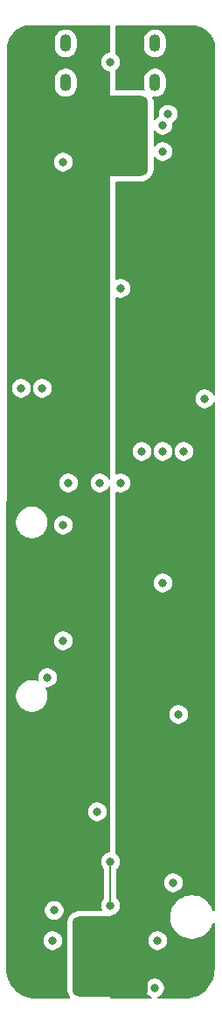
<source format=gbr>
%TF.GenerationSoftware,KiCad,Pcbnew,9.0.3*%
%TF.CreationDate,2025-08-03T17:32:48-04:00*%
%TF.ProjectId,Photon,50686f74-6f6e-42e6-9b69-6361645f7063,rev?*%
%TF.SameCoordinates,Original*%
%TF.FileFunction,Copper,L4,Bot*%
%TF.FilePolarity,Positive*%
%FSLAX46Y46*%
G04 Gerber Fmt 4.6, Leading zero omitted, Abs format (unit mm)*
G04 Created by KiCad (PCBNEW 9.0.3) date 2025-08-03 17:32:48*
%MOMM*%
%LPD*%
G01*
G04 APERTURE LIST*
G04 Aperture macros list*
%AMRoundRect*
0 Rectangle with rounded corners*
0 $1 Rounding radius*
0 $2 $3 $4 $5 $6 $7 $8 $9 X,Y pos of 4 corners*
0 Add a 4 corners polygon primitive as box body*
4,1,4,$2,$3,$4,$5,$6,$7,$8,$9,$2,$3,0*
0 Add four circle primitives for the rounded corners*
1,1,$1+$1,$2,$3*
1,1,$1+$1,$4,$5*
1,1,$1+$1,$6,$7*
1,1,$1+$1,$8,$9*
0 Add four rect primitives between the rounded corners*
20,1,$1+$1,$2,$3,$4,$5,0*
20,1,$1+$1,$4,$5,$6,$7,0*
20,1,$1+$1,$6,$7,$8,$9,0*
20,1,$1+$1,$8,$9,$2,$3,0*%
G04 Aperture macros list end*
%TA.AperFunction,SMDPad,CuDef*%
%ADD10RoundRect,0.735000X-2.940000X3.150000X-2.940000X-3.150000X2.940000X-3.150000X2.940000X3.150000X0*%
%TD*%
%TA.AperFunction,ComponentPad*%
%ADD11O,1.100000X1.700000*%
%TD*%
%TA.AperFunction,ViaPad*%
%ADD12C,0.800000*%
%TD*%
%TA.AperFunction,Conductor*%
%ADD13C,0.200000*%
%TD*%
G04 APERTURE END LIST*
D10*
%TO.P,BT1,2,-*%
%TO.N,-BATT*%
X52832000Y-110744000D03*
%TO.P,BT1,1,+*%
%TO.N,+BATT*%
X52832000Y-31496000D03*
%TD*%
D11*
%TO.P,P1,S1,SHIELD*%
%TO.N,GND*%
X57152000Y-26368000D03*
X57152000Y-22568000D03*
X48512000Y-26368000D03*
X48512000Y-22568000D03*
%TD*%
D12*
%TO.N,GND*%
X46736000Y-83820000D03*
X61976000Y-56896000D03*
X58928000Y-103632000D03*
X47244000Y-109220000D03*
X57912000Y-33020000D03*
X57912000Y-30480000D03*
X57912000Y-74676000D03*
X59436000Y-87376000D03*
X51816000Y-65024000D03*
X57107000Y-113792000D03*
X44196000Y-55880000D03*
X46228000Y-55880000D03*
X53848000Y-65024000D03*
%TO.N,/3V6*%
X55880000Y-61976000D03*
X48768000Y-65024000D03*
X57912000Y-61976000D03*
X53848000Y-46228000D03*
X59944000Y-61976000D03*
X48260000Y-69088000D03*
X51562000Y-96774000D03*
X57404000Y-109220000D03*
X48260000Y-80264000D03*
%TO.N,-BATT*%
X55295000Y-106757000D03*
X47377500Y-106305500D03*
X57912000Y-106680000D03*
%TO.N,+BATT*%
X44437000Y-106439000D03*
X50292000Y-65024000D03*
X46228000Y-101092000D03*
X48260000Y-29464000D03*
X48260000Y-28448000D03*
X48260000Y-30480000D03*
%TO.N,VCC*%
X48260000Y-34036000D03*
X58420000Y-29400000D03*
X52832000Y-24384000D03*
%TO.N,/MISO_BTN*%
X52832000Y-105856000D03*
X52832000Y-101600000D03*
%TD*%
D13*
%TO.N,/MISO_BTN*%
X52832000Y-105856000D02*
X52832000Y-101600000D01*
%TD*%
%TA.AperFunction,Conductor*%
%TO.N,-BATT*%
G36*
X60816519Y-20837546D02*
G01*
X60824770Y-20837900D01*
X61077876Y-20859401D01*
X61089508Y-20861090D01*
X61338298Y-20912463D01*
X61349632Y-20915515D01*
X61570757Y-20989411D01*
X61590571Y-20996033D01*
X61601487Y-21000418D01*
X61831161Y-21108938D01*
X61841466Y-21114578D01*
X62056652Y-21249574D01*
X62066228Y-21256406D01*
X62263881Y-21415970D01*
X62272578Y-21423889D01*
X62449909Y-21605766D01*
X62457603Y-21614658D01*
X62512447Y-21686227D01*
X62612117Y-21816293D01*
X62618704Y-21826038D01*
X62748207Y-22044566D01*
X62753590Y-22055020D01*
X62823983Y-22214322D01*
X62856260Y-22287367D01*
X62860367Y-22298389D01*
X62934758Y-22541282D01*
X62937528Y-22552715D01*
X62982581Y-22802700D01*
X62983976Y-22814379D01*
X62999321Y-23072271D01*
X62999496Y-23078238D01*
X62970166Y-56445390D01*
X62951208Y-56503564D01*
X62901676Y-56539484D01*
X62840491Y-56539431D01*
X62791022Y-56503423D01*
X62779701Y-56483186D01*
X62774013Y-56469453D01*
X62675464Y-56321965D01*
X62550035Y-56196536D01*
X62453148Y-56131798D01*
X62402544Y-56097985D01*
X62238666Y-56030106D01*
X62064693Y-55995500D01*
X62064691Y-55995500D01*
X61887309Y-55995500D01*
X61887306Y-55995500D01*
X61713334Y-56030106D01*
X61713332Y-56030106D01*
X61549455Y-56097985D01*
X61549454Y-56097985D01*
X61401965Y-56196535D01*
X61276535Y-56321965D01*
X61177985Y-56469454D01*
X61177985Y-56469455D01*
X61110106Y-56633332D01*
X61110106Y-56633334D01*
X61075500Y-56807306D01*
X61075500Y-56984693D01*
X61110106Y-57158665D01*
X61110106Y-57158667D01*
X61177985Y-57322544D01*
X61177985Y-57322545D01*
X61276535Y-57470034D01*
X61276536Y-57470035D01*
X61401965Y-57595464D01*
X61549453Y-57694013D01*
X61713334Y-57761894D01*
X61887309Y-57796500D01*
X61887310Y-57796500D01*
X62064690Y-57796500D01*
X62064691Y-57796500D01*
X62238666Y-57761894D01*
X62402547Y-57694013D01*
X62550035Y-57595464D01*
X62675464Y-57470035D01*
X62774013Y-57322547D01*
X62778907Y-57310729D01*
X62818640Y-57264205D01*
X62878134Y-57249918D01*
X62934663Y-57273329D01*
X62966635Y-57325497D01*
X62969372Y-57348700D01*
X62926368Y-106274199D01*
X62907410Y-106332373D01*
X62857878Y-106368293D01*
X62796693Y-106368240D01*
X62747224Y-106332232D01*
X62731741Y-106299735D01*
X62720389Y-106257368D01*
X62615019Y-106002983D01*
X62612538Y-105998685D01*
X62477343Y-105764521D01*
X62309722Y-105546072D01*
X62115022Y-105351372D01*
X61896573Y-105183751D01*
X61658115Y-105046077D01*
X61658110Y-105046074D01*
X61403725Y-104940704D01*
X61282615Y-104908253D01*
X61137760Y-104869440D01*
X61137753Y-104869439D01*
X60864769Y-104833500D01*
X60864768Y-104833500D01*
X60589420Y-104833500D01*
X60589418Y-104833500D01*
X60316434Y-104869439D01*
X60316432Y-104869439D01*
X60316428Y-104869440D01*
X60215899Y-104896376D01*
X60050462Y-104940704D01*
X59796077Y-105046074D01*
X59557611Y-105183753D01*
X59339169Y-105351369D01*
X59144463Y-105546075D01*
X58976847Y-105764517D01*
X58839168Y-106002983D01*
X58733798Y-106257368D01*
X58710478Y-106344402D01*
X58662534Y-106523334D01*
X58662533Y-106523338D01*
X58662533Y-106523340D01*
X58626594Y-106796324D01*
X58626594Y-107071675D01*
X58662533Y-107344659D01*
X58662534Y-107344666D01*
X58665239Y-107354760D01*
X58733798Y-107610631D01*
X58839168Y-107865016D01*
X58839171Y-107865021D01*
X58976845Y-108103479D01*
X59144466Y-108321928D01*
X59339166Y-108516628D01*
X59557615Y-108684249D01*
X59796073Y-108821923D01*
X59796074Y-108821923D01*
X59796077Y-108821925D01*
X59912029Y-108869954D01*
X60050462Y-108927295D01*
X60316428Y-108998560D01*
X60589420Y-109034500D01*
X60589421Y-109034500D01*
X60864767Y-109034500D01*
X60864768Y-109034500D01*
X61137760Y-108998560D01*
X61403726Y-108927295D01*
X61658115Y-108821923D01*
X61896573Y-108684249D01*
X62115022Y-108516628D01*
X62309722Y-108321928D01*
X62477343Y-108103479D01*
X62615017Y-107865021D01*
X62720389Y-107610632D01*
X62730577Y-107572608D01*
X62763900Y-107521294D01*
X62821022Y-107499367D01*
X62880122Y-107515202D01*
X62918628Y-107562752D01*
X62925204Y-107598318D01*
X62921429Y-111892422D01*
X62921429Y-111892423D01*
X62921423Y-111899028D01*
X62921367Y-111899240D01*
X62921367Y-111962447D01*
X62921364Y-111962455D01*
X62921211Y-111967910D01*
X62903755Y-112278720D01*
X62902512Y-112289752D01*
X62850834Y-112593912D01*
X62848364Y-112604736D01*
X62762951Y-112901207D01*
X62759284Y-112911686D01*
X62641217Y-113196725D01*
X62636400Y-113206727D01*
X62487164Y-113476749D01*
X62481258Y-113486149D01*
X62302723Y-113737771D01*
X62295801Y-113746451D01*
X62090218Y-113976498D01*
X62082367Y-113984349D01*
X61852319Y-114189932D01*
X61843639Y-114196854D01*
X61592017Y-114375389D01*
X61582617Y-114381295D01*
X61312594Y-114530531D01*
X61302592Y-114535348D01*
X61017554Y-114653415D01*
X61007075Y-114657082D01*
X60710604Y-114742494D01*
X60699780Y-114744964D01*
X60395620Y-114796643D01*
X60384588Y-114797886D01*
X60074308Y-114815311D01*
X60068757Y-114815467D01*
X57486944Y-114815472D01*
X57428753Y-114796565D01*
X57392789Y-114747065D01*
X57392789Y-114685879D01*
X57428753Y-114636379D01*
X57449051Y-114625011D01*
X57533547Y-114590013D01*
X57681035Y-114491464D01*
X57806464Y-114366035D01*
X57905013Y-114218547D01*
X57972894Y-114054666D01*
X58007500Y-113880691D01*
X58007500Y-113703309D01*
X57972894Y-113529334D01*
X57934069Y-113435601D01*
X57905014Y-113365455D01*
X57905014Y-113365454D01*
X57806464Y-113217965D01*
X57681034Y-113092535D01*
X57533544Y-112993985D01*
X57369666Y-112926106D01*
X57195693Y-112891500D01*
X57195691Y-112891500D01*
X57018309Y-112891500D01*
X57018306Y-112891500D01*
X56844334Y-112926106D01*
X56844332Y-112926106D01*
X56680455Y-112993985D01*
X56680454Y-112993985D01*
X56532965Y-113092535D01*
X56407535Y-113217965D01*
X56308985Y-113365454D01*
X56308985Y-113365455D01*
X56241106Y-113529332D01*
X56241106Y-113529334D01*
X56206500Y-113703306D01*
X56206500Y-113880693D01*
X56241106Y-114054665D01*
X56241106Y-114054667D01*
X56308985Y-114218544D01*
X56308985Y-114218545D01*
X56389656Y-114339276D01*
X56407536Y-114366035D01*
X56532965Y-114491464D01*
X56680453Y-114590013D01*
X56680454Y-114590013D01*
X56680455Y-114590014D01*
X56764944Y-114625010D01*
X56811470Y-114664746D01*
X56825754Y-114724241D01*
X56802340Y-114780769D01*
X56750171Y-114812738D01*
X56727059Y-114815474D01*
X52931000Y-114815482D01*
X52872809Y-114796575D01*
X52836845Y-114747075D01*
X52832000Y-114716482D01*
X52832000Y-109131306D01*
X56503500Y-109131306D01*
X56503500Y-109308693D01*
X56523076Y-109407104D01*
X56535944Y-109471799D01*
X56538106Y-109482665D01*
X56538106Y-109482667D01*
X56605985Y-109646544D01*
X56605985Y-109646545D01*
X56704535Y-109794034D01*
X56704536Y-109794035D01*
X56829965Y-109919464D01*
X56977453Y-110018013D01*
X57141334Y-110085894D01*
X57315309Y-110120500D01*
X57315310Y-110120500D01*
X57492690Y-110120500D01*
X57492691Y-110120500D01*
X57666666Y-110085894D01*
X57830547Y-110018013D01*
X57978035Y-109919464D01*
X58103464Y-109794035D01*
X58202013Y-109646547D01*
X58269894Y-109482666D01*
X58304500Y-109308691D01*
X58304500Y-109131309D01*
X58269894Y-108957334D01*
X58202014Y-108793455D01*
X58202014Y-108793454D01*
X58103464Y-108645965D01*
X57978034Y-108520535D01*
X57830544Y-108421985D01*
X57666666Y-108354106D01*
X57492693Y-108319500D01*
X57492691Y-108319500D01*
X57315309Y-108319500D01*
X57315306Y-108319500D01*
X57141334Y-108354106D01*
X57141332Y-108354106D01*
X56977455Y-108421985D01*
X56977454Y-108421985D01*
X56829965Y-108520535D01*
X56704535Y-108645965D01*
X56605985Y-108793454D01*
X56605985Y-108793455D01*
X56538106Y-108957332D01*
X56538106Y-108957334D01*
X56503500Y-109131306D01*
X52832000Y-109131306D01*
X52832000Y-106854963D01*
X52850907Y-106796772D01*
X52900407Y-106760808D01*
X52915943Y-106757561D01*
X52915921Y-106757449D01*
X52939473Y-106752763D01*
X53094666Y-106721894D01*
X53258547Y-106654013D01*
X53406035Y-106555464D01*
X53531464Y-106430035D01*
X53630013Y-106282547D01*
X53697894Y-106118666D01*
X53732500Y-105944691D01*
X53732500Y-105767309D01*
X53697894Y-105593334D01*
X53630014Y-105429455D01*
X53630014Y-105429454D01*
X53531464Y-105281965D01*
X53461496Y-105211997D01*
X53433719Y-105157480D01*
X53432500Y-105141993D01*
X53432500Y-103543306D01*
X58027500Y-103543306D01*
X58027500Y-103720693D01*
X58062106Y-103894665D01*
X58062106Y-103894667D01*
X58129985Y-104058544D01*
X58129985Y-104058545D01*
X58228535Y-104206034D01*
X58228536Y-104206035D01*
X58353965Y-104331464D01*
X58501453Y-104430013D01*
X58665334Y-104497894D01*
X58839309Y-104532500D01*
X58839310Y-104532500D01*
X59016690Y-104532500D01*
X59016691Y-104532500D01*
X59190666Y-104497894D01*
X59354547Y-104430013D01*
X59502035Y-104331464D01*
X59627464Y-104206035D01*
X59726013Y-104058547D01*
X59793894Y-103894666D01*
X59828500Y-103720691D01*
X59828500Y-103543309D01*
X59793894Y-103369334D01*
X59726014Y-103205455D01*
X59726014Y-103205454D01*
X59627464Y-103057965D01*
X59502034Y-102932535D01*
X59354544Y-102833985D01*
X59190666Y-102766106D01*
X59016693Y-102731500D01*
X59016691Y-102731500D01*
X58839309Y-102731500D01*
X58839306Y-102731500D01*
X58665334Y-102766106D01*
X58665332Y-102766106D01*
X58501455Y-102833985D01*
X58501454Y-102833985D01*
X58353965Y-102932535D01*
X58228535Y-103057965D01*
X58129985Y-103205454D01*
X58129985Y-103205455D01*
X58062106Y-103369332D01*
X58062106Y-103369334D01*
X58027500Y-103543306D01*
X53432500Y-103543306D01*
X53432500Y-102314007D01*
X53451407Y-102255816D01*
X53461496Y-102244003D01*
X53531464Y-102174035D01*
X53630013Y-102026547D01*
X53697894Y-101862666D01*
X53732500Y-101688691D01*
X53732500Y-101511309D01*
X53697894Y-101337334D01*
X53630014Y-101173455D01*
X53630014Y-101173454D01*
X53531462Y-101025962D01*
X53406034Y-100900535D01*
X53353401Y-100865366D01*
X53315522Y-100817315D01*
X53313120Y-100756177D01*
X53313793Y-100753900D01*
X53317024Y-100743452D01*
X53317385Y-100740934D01*
X53337500Y-100601041D01*
X53337500Y-87287306D01*
X58535500Y-87287306D01*
X58535500Y-87464693D01*
X58570106Y-87638665D01*
X58570106Y-87638667D01*
X58637985Y-87802544D01*
X58637985Y-87802545D01*
X58736535Y-87950034D01*
X58736536Y-87950035D01*
X58861965Y-88075464D01*
X59009453Y-88174013D01*
X59173334Y-88241894D01*
X59347309Y-88276500D01*
X59347310Y-88276500D01*
X59524690Y-88276500D01*
X59524691Y-88276500D01*
X59698666Y-88241894D01*
X59862547Y-88174013D01*
X60010035Y-88075464D01*
X60135464Y-87950035D01*
X60234013Y-87802547D01*
X60301894Y-87638666D01*
X60336500Y-87464691D01*
X60336500Y-87287309D01*
X60301894Y-87113334D01*
X60234014Y-86949455D01*
X60234014Y-86949454D01*
X60135464Y-86801965D01*
X60010034Y-86676535D01*
X59862544Y-86577985D01*
X59698666Y-86510106D01*
X59524693Y-86475500D01*
X59524691Y-86475500D01*
X59347309Y-86475500D01*
X59347306Y-86475500D01*
X59173334Y-86510106D01*
X59173332Y-86510106D01*
X59009455Y-86577985D01*
X59009454Y-86577985D01*
X58861965Y-86676535D01*
X58736535Y-86801965D01*
X58637985Y-86949454D01*
X58637985Y-86949455D01*
X58570106Y-87113332D01*
X58570106Y-87113334D01*
X58535500Y-87287306D01*
X53337500Y-87287306D01*
X53337500Y-74587306D01*
X57011500Y-74587306D01*
X57011500Y-74764693D01*
X57046106Y-74938665D01*
X57046106Y-74938667D01*
X57113985Y-75102544D01*
X57113985Y-75102545D01*
X57212535Y-75250034D01*
X57212536Y-75250035D01*
X57337965Y-75375464D01*
X57485453Y-75474013D01*
X57649334Y-75541894D01*
X57823309Y-75576500D01*
X57823310Y-75576500D01*
X58000690Y-75576500D01*
X58000691Y-75576500D01*
X58174666Y-75541894D01*
X58338547Y-75474013D01*
X58486035Y-75375464D01*
X58611464Y-75250035D01*
X58710013Y-75102547D01*
X58777894Y-74938666D01*
X58812500Y-74764691D01*
X58812500Y-74587309D01*
X58777894Y-74413334D01*
X58710014Y-74249455D01*
X58710014Y-74249454D01*
X58611464Y-74101965D01*
X58486034Y-73976535D01*
X58338544Y-73877985D01*
X58174666Y-73810106D01*
X58000693Y-73775500D01*
X58000691Y-73775500D01*
X57823309Y-73775500D01*
X57823306Y-73775500D01*
X57649334Y-73810106D01*
X57649332Y-73810106D01*
X57485455Y-73877985D01*
X57485454Y-73877985D01*
X57337965Y-73976535D01*
X57212535Y-74101965D01*
X57113985Y-74249454D01*
X57113985Y-74249455D01*
X57046106Y-74413332D01*
X57046106Y-74413334D01*
X57011500Y-74587306D01*
X53337500Y-74587306D01*
X53337500Y-65935402D01*
X53356407Y-65877211D01*
X53405907Y-65841247D01*
X53467093Y-65841247D01*
X53474386Y-65843938D01*
X53585334Y-65889894D01*
X53759309Y-65924500D01*
X53759310Y-65924500D01*
X53936690Y-65924500D01*
X53936691Y-65924500D01*
X54110666Y-65889894D01*
X54274547Y-65822013D01*
X54422035Y-65723464D01*
X54547464Y-65598035D01*
X54646013Y-65450547D01*
X54713894Y-65286666D01*
X54748500Y-65112691D01*
X54748500Y-64935309D01*
X54713894Y-64761334D01*
X54646014Y-64597455D01*
X54646014Y-64597454D01*
X54547464Y-64449965D01*
X54422034Y-64324535D01*
X54274544Y-64225985D01*
X54110666Y-64158106D01*
X53936693Y-64123500D01*
X53936691Y-64123500D01*
X53759309Y-64123500D01*
X53759306Y-64123500D01*
X53585337Y-64158105D01*
X53585335Y-64158105D01*
X53585334Y-64158106D01*
X53539983Y-64176891D01*
X53474385Y-64204062D01*
X53413388Y-64208861D01*
X53361219Y-64176891D01*
X53337805Y-64120363D01*
X53337500Y-64112597D01*
X53337500Y-61887306D01*
X54979500Y-61887306D01*
X54979500Y-62064693D01*
X55014106Y-62238665D01*
X55014106Y-62238667D01*
X55081985Y-62402544D01*
X55081985Y-62402545D01*
X55180535Y-62550034D01*
X55180536Y-62550035D01*
X55305965Y-62675464D01*
X55453453Y-62774013D01*
X55617334Y-62841894D01*
X55791309Y-62876500D01*
X55791310Y-62876500D01*
X55968690Y-62876500D01*
X55968691Y-62876500D01*
X56142666Y-62841894D01*
X56306547Y-62774013D01*
X56454035Y-62675464D01*
X56579464Y-62550035D01*
X56678013Y-62402547D01*
X56745894Y-62238666D01*
X56780500Y-62064691D01*
X56780500Y-61887309D01*
X56780499Y-61887306D01*
X57011500Y-61887306D01*
X57011500Y-62064693D01*
X57046106Y-62238665D01*
X57046106Y-62238667D01*
X57113985Y-62402544D01*
X57113985Y-62402545D01*
X57212535Y-62550034D01*
X57212536Y-62550035D01*
X57337965Y-62675464D01*
X57485453Y-62774013D01*
X57649334Y-62841894D01*
X57823309Y-62876500D01*
X57823310Y-62876500D01*
X58000690Y-62876500D01*
X58000691Y-62876500D01*
X58174666Y-62841894D01*
X58338547Y-62774013D01*
X58486035Y-62675464D01*
X58611464Y-62550035D01*
X58710013Y-62402547D01*
X58777894Y-62238666D01*
X58812500Y-62064691D01*
X58812500Y-61887309D01*
X58812499Y-61887306D01*
X59043500Y-61887306D01*
X59043500Y-62064693D01*
X59078106Y-62238665D01*
X59078106Y-62238667D01*
X59145985Y-62402544D01*
X59145985Y-62402545D01*
X59244535Y-62550034D01*
X59244536Y-62550035D01*
X59369965Y-62675464D01*
X59517453Y-62774013D01*
X59681334Y-62841894D01*
X59855309Y-62876500D01*
X59855310Y-62876500D01*
X60032690Y-62876500D01*
X60032691Y-62876500D01*
X60206666Y-62841894D01*
X60370547Y-62774013D01*
X60518035Y-62675464D01*
X60643464Y-62550035D01*
X60742013Y-62402547D01*
X60809894Y-62238666D01*
X60844500Y-62064691D01*
X60844500Y-61887309D01*
X60809894Y-61713334D01*
X60742014Y-61549455D01*
X60742014Y-61549454D01*
X60643464Y-61401965D01*
X60518034Y-61276535D01*
X60370544Y-61177985D01*
X60206666Y-61110106D01*
X60032693Y-61075500D01*
X60032691Y-61075500D01*
X59855309Y-61075500D01*
X59855306Y-61075500D01*
X59681334Y-61110106D01*
X59681332Y-61110106D01*
X59517455Y-61177985D01*
X59517454Y-61177985D01*
X59369965Y-61276535D01*
X59244535Y-61401965D01*
X59145985Y-61549454D01*
X59145985Y-61549455D01*
X59078106Y-61713332D01*
X59078106Y-61713334D01*
X59043500Y-61887306D01*
X58812499Y-61887306D01*
X58777894Y-61713334D01*
X58710014Y-61549455D01*
X58710014Y-61549454D01*
X58611464Y-61401965D01*
X58486034Y-61276535D01*
X58338544Y-61177985D01*
X58174666Y-61110106D01*
X58000693Y-61075500D01*
X58000691Y-61075500D01*
X57823309Y-61075500D01*
X57823306Y-61075500D01*
X57649334Y-61110106D01*
X57649332Y-61110106D01*
X57485455Y-61177985D01*
X57485454Y-61177985D01*
X57337965Y-61276535D01*
X57212535Y-61401965D01*
X57113985Y-61549454D01*
X57113985Y-61549455D01*
X57046106Y-61713332D01*
X57046106Y-61713334D01*
X57011500Y-61887306D01*
X56780499Y-61887306D01*
X56745894Y-61713334D01*
X56678014Y-61549455D01*
X56678014Y-61549454D01*
X56579464Y-61401965D01*
X56454034Y-61276535D01*
X56306544Y-61177985D01*
X56142666Y-61110106D01*
X55968693Y-61075500D01*
X55968691Y-61075500D01*
X55791309Y-61075500D01*
X55791306Y-61075500D01*
X55617334Y-61110106D01*
X55617332Y-61110106D01*
X55453455Y-61177985D01*
X55453454Y-61177985D01*
X55305965Y-61276535D01*
X55180535Y-61401965D01*
X55081985Y-61549454D01*
X55081985Y-61549455D01*
X55014106Y-61713332D01*
X55014106Y-61713334D01*
X54979500Y-61887306D01*
X53337500Y-61887306D01*
X53337500Y-47139402D01*
X53356407Y-47081211D01*
X53405907Y-47045247D01*
X53467093Y-47045247D01*
X53474386Y-47047938D01*
X53585334Y-47093894D01*
X53759309Y-47128500D01*
X53759310Y-47128500D01*
X53936690Y-47128500D01*
X53936691Y-47128500D01*
X54110666Y-47093894D01*
X54274547Y-47026013D01*
X54422035Y-46927464D01*
X54547464Y-46802035D01*
X54646013Y-46654547D01*
X54713894Y-46490666D01*
X54748500Y-46316691D01*
X54748500Y-46139309D01*
X54713894Y-45965334D01*
X54646014Y-45801455D01*
X54646014Y-45801454D01*
X54547464Y-45653965D01*
X54422034Y-45528535D01*
X54274544Y-45429985D01*
X54110666Y-45362106D01*
X53936693Y-45327500D01*
X53936691Y-45327500D01*
X53759309Y-45327500D01*
X53759306Y-45327500D01*
X53585337Y-45362105D01*
X53585335Y-45362105D01*
X53585334Y-45362106D01*
X53539983Y-45380891D01*
X53474385Y-45408062D01*
X53413388Y-45412861D01*
X53361219Y-45380891D01*
X53337805Y-45324363D01*
X53337500Y-45316597D01*
X53337500Y-35980499D01*
X53356407Y-35922308D01*
X53405907Y-35886344D01*
X53436500Y-35881499D01*
X55835446Y-35881499D01*
X55835452Y-35881499D01*
X55966056Y-35871221D01*
X56181709Y-35816882D01*
X56384194Y-35724909D01*
X56567002Y-35598259D01*
X56724259Y-35441002D01*
X56850909Y-35258194D01*
X56942882Y-35055709D01*
X56997221Y-34840056D01*
X57007500Y-34709453D01*
X57007499Y-33613533D01*
X57026406Y-33555345D01*
X57075906Y-33519381D01*
X57137092Y-33519381D01*
X57186592Y-33555345D01*
X57188814Y-33558533D01*
X57212536Y-33594035D01*
X57337965Y-33719464D01*
X57485453Y-33818013D01*
X57649334Y-33885894D01*
X57823309Y-33920500D01*
X57823310Y-33920500D01*
X58000690Y-33920500D01*
X58000691Y-33920500D01*
X58174666Y-33885894D01*
X58338547Y-33818013D01*
X58486035Y-33719464D01*
X58611464Y-33594035D01*
X58710013Y-33446547D01*
X58777894Y-33282666D01*
X58812500Y-33108691D01*
X58812500Y-32931309D01*
X58777894Y-32757334D01*
X58710014Y-32593455D01*
X58710014Y-32593454D01*
X58611464Y-32445965D01*
X58486034Y-32320535D01*
X58338544Y-32221985D01*
X58174666Y-32154106D01*
X58000693Y-32119500D01*
X58000691Y-32119500D01*
X57823309Y-32119500D01*
X57823306Y-32119500D01*
X57649334Y-32154106D01*
X57649332Y-32154106D01*
X57485455Y-32221985D01*
X57485454Y-32221985D01*
X57337965Y-32320535D01*
X57212537Y-32445963D01*
X57188814Y-32481467D01*
X57140763Y-32519345D01*
X57079625Y-32521747D01*
X57028752Y-32487753D01*
X57007575Y-32430349D01*
X57007499Y-32426496D01*
X57007499Y-31073533D01*
X57026406Y-31015344D01*
X57075906Y-30979380D01*
X57137092Y-30979380D01*
X57186592Y-31015344D01*
X57188814Y-31018533D01*
X57212536Y-31054035D01*
X57337965Y-31179464D01*
X57485453Y-31278013D01*
X57649334Y-31345894D01*
X57823309Y-31380500D01*
X57823310Y-31380500D01*
X58000690Y-31380500D01*
X58000691Y-31380500D01*
X58174666Y-31345894D01*
X58338547Y-31278013D01*
X58486035Y-31179464D01*
X58611464Y-31054035D01*
X58710013Y-30906547D01*
X58777894Y-30742666D01*
X58812500Y-30568691D01*
X58812500Y-30391309D01*
X58795342Y-30305050D01*
X58802534Y-30244290D01*
X58842632Y-30200911D01*
X58842502Y-30200716D01*
X58843314Y-30200173D01*
X58844066Y-30199360D01*
X58845782Y-30198421D01*
X58846536Y-30198017D01*
X58846547Y-30198013D01*
X58994035Y-30099464D01*
X59119464Y-29974035D01*
X59218013Y-29826547D01*
X59285894Y-29662666D01*
X59320500Y-29488691D01*
X59320500Y-29311309D01*
X59285894Y-29137334D01*
X59218014Y-28973455D01*
X59218014Y-28973454D01*
X59119464Y-28825965D01*
X58994034Y-28700535D01*
X58846544Y-28601985D01*
X58682666Y-28534106D01*
X58508693Y-28499500D01*
X58508691Y-28499500D01*
X58331309Y-28499500D01*
X58331306Y-28499500D01*
X58157334Y-28534106D01*
X58157332Y-28534106D01*
X57993455Y-28601985D01*
X57993454Y-28601985D01*
X57845965Y-28700535D01*
X57720535Y-28825965D01*
X57621985Y-28973454D01*
X57621985Y-28973455D01*
X57554106Y-29137332D01*
X57554106Y-29137334D01*
X57519500Y-29311306D01*
X57519500Y-29488693D01*
X57536657Y-29574948D01*
X57529465Y-29635710D01*
X57489365Y-29679088D01*
X57489497Y-29679285D01*
X57488677Y-29679832D01*
X57487932Y-29680639D01*
X57486244Y-29681563D01*
X57485461Y-29681981D01*
X57337965Y-29780535D01*
X57212537Y-29905963D01*
X57188814Y-29941467D01*
X57140763Y-29979345D01*
X57079625Y-29981747D01*
X57028752Y-29947753D01*
X57007575Y-29890349D01*
X57007499Y-29886464D01*
X57007499Y-28282554D01*
X57007499Y-28282548D01*
X56997221Y-28151944D01*
X56942882Y-27936291D01*
X56903437Y-27849449D01*
X56896586Y-27788648D01*
X56926782Y-27735433D01*
X56982490Y-27710129D01*
X57012889Y-27711410D01*
X57048524Y-27718498D01*
X57048529Y-27718498D01*
X57048535Y-27718500D01*
X57048536Y-27718500D01*
X57255464Y-27718500D01*
X57255465Y-27718500D01*
X57458420Y-27678130D01*
X57649598Y-27598941D01*
X57821655Y-27483977D01*
X57967977Y-27337655D01*
X58082941Y-27165598D01*
X58162130Y-26974420D01*
X58202500Y-26771465D01*
X58202500Y-25964535D01*
X58162130Y-25761580D01*
X58082941Y-25570402D01*
X57967977Y-25398345D01*
X57821655Y-25252023D01*
X57802473Y-25239206D01*
X57649597Y-25137058D01*
X57458418Y-25057869D01*
X57255467Y-25017500D01*
X57255465Y-25017500D01*
X57048535Y-25017500D01*
X57048532Y-25017500D01*
X56845581Y-25057869D01*
X56654402Y-25137058D01*
X56482348Y-25252020D01*
X56336020Y-25398348D01*
X56221058Y-25570402D01*
X56141869Y-25761581D01*
X56101500Y-25964532D01*
X56101500Y-26771467D01*
X56141869Y-26974418D01*
X56141870Y-26974420D01*
X56154650Y-27005273D01*
X56159451Y-27066269D01*
X56127482Y-27118438D01*
X56070954Y-27141853D01*
X56038997Y-27139157D01*
X55966064Y-27120780D01*
X55966056Y-27120778D01*
X55877340Y-27113796D01*
X55835453Y-27110500D01*
X55835447Y-27110500D01*
X53436500Y-27110500D01*
X53378309Y-27091593D01*
X53342345Y-27042093D01*
X53337500Y-27011500D01*
X53337500Y-25382951D01*
X53334548Y-25328425D01*
X53334547Y-25328424D01*
X53334547Y-25328407D01*
X53332241Y-25307165D01*
X53320123Y-25239206D01*
X53320120Y-25239199D01*
X53320121Y-25239199D01*
X53319130Y-25236772D01*
X53319032Y-25235440D01*
X53318666Y-25234177D01*
X53318933Y-25234099D01*
X53314641Y-25175752D01*
X53346876Y-25123747D01*
X53355770Y-25117049D01*
X53406035Y-25083464D01*
X53531464Y-24958035D01*
X53630013Y-24810547D01*
X53697894Y-24646666D01*
X53732500Y-24472691D01*
X53732500Y-24295309D01*
X53697894Y-24121334D01*
X53630014Y-23957455D01*
X53630014Y-23957454D01*
X53531462Y-23809962D01*
X53406034Y-23684535D01*
X53353401Y-23649366D01*
X53315522Y-23601315D01*
X53313120Y-23540177D01*
X53313793Y-23537900D01*
X53317024Y-23527452D01*
X53317385Y-23524934D01*
X53337500Y-23385041D01*
X53337500Y-22164532D01*
X56101500Y-22164532D01*
X56101500Y-22971467D01*
X56141869Y-23174418D01*
X56221058Y-23365597D01*
X56336020Y-23537651D01*
X56336023Y-23537655D01*
X56482345Y-23683977D01*
X56654402Y-23798941D01*
X56845580Y-23878130D01*
X57048535Y-23918500D01*
X57048536Y-23918500D01*
X57255464Y-23918500D01*
X57255465Y-23918500D01*
X57458420Y-23878130D01*
X57649598Y-23798941D01*
X57821655Y-23683977D01*
X57967977Y-23537655D01*
X58082941Y-23365598D01*
X58162130Y-23174420D01*
X58202500Y-22971465D01*
X58202500Y-22164535D01*
X58162130Y-21961580D01*
X58082941Y-21770402D01*
X57967977Y-21598345D01*
X57821655Y-21452023D01*
X57821651Y-21452020D01*
X57649597Y-21337058D01*
X57458418Y-21257869D01*
X57255467Y-21217500D01*
X57255465Y-21217500D01*
X57048535Y-21217500D01*
X57048532Y-21217500D01*
X56845581Y-21257869D01*
X56654402Y-21337058D01*
X56482348Y-21452020D01*
X56336020Y-21598348D01*
X56221058Y-21770402D01*
X56141869Y-21961581D01*
X56101500Y-22164532D01*
X53337500Y-22164532D01*
X53337500Y-20928484D01*
X53356407Y-20870293D01*
X53405907Y-20834329D01*
X53436605Y-20829484D01*
X60816519Y-20837546D01*
G37*
%TD.AperFunction*%
%TD*%
%TA.AperFunction,Conductor*%
%TO.N,+BATT*%
G36*
X45200358Y-20820487D02*
G01*
X45255098Y-20822976D01*
X45266090Y-20820559D01*
X52733112Y-20828716D01*
X52791278Y-20847686D01*
X52827188Y-20897225D01*
X52832000Y-20927715D01*
X52832000Y-23385036D01*
X52813093Y-23443227D01*
X52763593Y-23479191D01*
X52748056Y-23482439D01*
X52748079Y-23482551D01*
X52569334Y-23518106D01*
X52569332Y-23518106D01*
X52405455Y-23585985D01*
X52405454Y-23585985D01*
X52257965Y-23684535D01*
X52132535Y-23809965D01*
X52033985Y-23957454D01*
X52033985Y-23957455D01*
X51966106Y-24121332D01*
X51966106Y-24121334D01*
X51931500Y-24295306D01*
X51931500Y-24472693D01*
X51966106Y-24646665D01*
X51966106Y-24646667D01*
X52033985Y-24810544D01*
X52033985Y-24810545D01*
X52132535Y-24958034D01*
X52132536Y-24958035D01*
X52257965Y-25083464D01*
X52405453Y-25182013D01*
X52569334Y-25249894D01*
X52714994Y-25278867D01*
X52748079Y-25285449D01*
X52747832Y-25286689D01*
X52798742Y-25308943D01*
X52829694Y-25361721D01*
X52832000Y-25382963D01*
X52832000Y-64626014D01*
X52813093Y-64684205D01*
X52763593Y-64720169D01*
X52702407Y-64720169D01*
X52652907Y-64684205D01*
X52641536Y-64663899D01*
X52614014Y-64597455D01*
X52614014Y-64597454D01*
X52515464Y-64449965D01*
X52390034Y-64324535D01*
X52242544Y-64225985D01*
X52078666Y-64158106D01*
X51904693Y-64123500D01*
X51904691Y-64123500D01*
X51727309Y-64123500D01*
X51727306Y-64123500D01*
X51553334Y-64158106D01*
X51553332Y-64158106D01*
X51389455Y-64225985D01*
X51389454Y-64225985D01*
X51241965Y-64324535D01*
X51116535Y-64449965D01*
X51017985Y-64597454D01*
X51017985Y-64597455D01*
X50950106Y-64761332D01*
X50950106Y-64761334D01*
X50915500Y-64935306D01*
X50915500Y-65112693D01*
X50950106Y-65286665D01*
X50950106Y-65286667D01*
X51017985Y-65450544D01*
X51017985Y-65450545D01*
X51116535Y-65598034D01*
X51116536Y-65598035D01*
X51241965Y-65723464D01*
X51389453Y-65822013D01*
X51553334Y-65889894D01*
X51727309Y-65924500D01*
X51727310Y-65924500D01*
X51904690Y-65924500D01*
X51904691Y-65924500D01*
X52078666Y-65889894D01*
X52242547Y-65822013D01*
X52390035Y-65723464D01*
X52515464Y-65598035D01*
X52614013Y-65450547D01*
X52641536Y-65384100D01*
X52681272Y-65337574D01*
X52740767Y-65323290D01*
X52797295Y-65346704D01*
X52829264Y-65398873D01*
X52832000Y-65421985D01*
X52832000Y-100601036D01*
X52813093Y-100659227D01*
X52763593Y-100695191D01*
X52748056Y-100698439D01*
X52748079Y-100698551D01*
X52569334Y-100734106D01*
X52569332Y-100734106D01*
X52405455Y-100801985D01*
X52405454Y-100801985D01*
X52257965Y-100900535D01*
X52132535Y-101025965D01*
X52033985Y-101173454D01*
X52033985Y-101173455D01*
X51966106Y-101337332D01*
X51966106Y-101337334D01*
X51931500Y-101511306D01*
X51931500Y-101688693D01*
X51966106Y-101862665D01*
X51966106Y-101862667D01*
X52033985Y-102026544D01*
X52033985Y-102026545D01*
X52132535Y-102174034D01*
X52202504Y-102244003D01*
X52230281Y-102298520D01*
X52231500Y-102314007D01*
X52231500Y-105141993D01*
X52212593Y-105200184D01*
X52202504Y-105211997D01*
X52132535Y-105281965D01*
X52033985Y-105429454D01*
X52033985Y-105429455D01*
X51966106Y-105593332D01*
X51966106Y-105593334D01*
X51931500Y-105767306D01*
X51931500Y-105944693D01*
X51966106Y-106118665D01*
X51966106Y-106118667D01*
X52008748Y-106221615D01*
X52013548Y-106282612D01*
X51981579Y-106334781D01*
X51925051Y-106358195D01*
X51917284Y-106358500D01*
X49828554Y-106358500D01*
X49697939Y-106368779D01*
X49482296Y-106423116D01*
X49482287Y-106423119D01*
X49279814Y-106515086D01*
X49279804Y-106515092D01*
X49097001Y-106641738D01*
X48939738Y-106799001D01*
X48813092Y-106981804D01*
X48813086Y-106981814D01*
X48721119Y-107184287D01*
X48721116Y-107184296D01*
X48666780Y-107399936D01*
X48666778Y-107399943D01*
X48656500Y-107530552D01*
X48656500Y-113957445D01*
X48666779Y-114088060D01*
X48721116Y-114303703D01*
X48721119Y-114303712D01*
X48813086Y-114506185D01*
X48813092Y-114506195D01*
X48919726Y-114660113D01*
X48937323Y-114718714D01*
X48917115Y-114776465D01*
X48866820Y-114811309D01*
X48838348Y-114815492D01*
X45595174Y-114815498D01*
X45589639Y-114815343D01*
X45280287Y-114798021D01*
X45269285Y-114796785D01*
X44965942Y-114745393D01*
X44955148Y-114742936D01*
X44659453Y-114658001D01*
X44649000Y-114654355D01*
X44423909Y-114561413D01*
X44364621Y-114536932D01*
X44354648Y-114532145D01*
X44273763Y-114487592D01*
X44085161Y-114383705D01*
X44075778Y-114377830D01*
X43824550Y-114200232D01*
X43815882Y-114193346D01*
X43586059Y-113988814D01*
X43578221Y-113981012D01*
X43372654Y-113752080D01*
X43365737Y-113743451D01*
X43187023Y-113493009D01*
X43181107Y-113483652D01*
X43158734Y-113443458D01*
X43031476Y-113214831D01*
X43026643Y-113204876D01*
X42907957Y-112921018D01*
X42904272Y-112910603D01*
X42818019Y-112615265D01*
X42815518Y-112604499D01*
X42762778Y-112301371D01*
X42761495Y-112290393D01*
X42742814Y-111981380D01*
X42742635Y-111975391D01*
X42744107Y-109131306D01*
X46343500Y-109131306D01*
X46343500Y-109308693D01*
X46378106Y-109482665D01*
X46378106Y-109482667D01*
X46445985Y-109646544D01*
X46445985Y-109646545D01*
X46544535Y-109794034D01*
X46544536Y-109794035D01*
X46669965Y-109919464D01*
X46817453Y-110018013D01*
X46981334Y-110085894D01*
X47155309Y-110120500D01*
X47155310Y-110120500D01*
X47332690Y-110120500D01*
X47332691Y-110120500D01*
X47506666Y-110085894D01*
X47670547Y-110018013D01*
X47818035Y-109919464D01*
X47943464Y-109794035D01*
X48042013Y-109646547D01*
X48109894Y-109482666D01*
X48144500Y-109308691D01*
X48144500Y-109131309D01*
X48109894Y-108957334D01*
X48042014Y-108793455D01*
X48042014Y-108793454D01*
X47943464Y-108645965D01*
X47818034Y-108520535D01*
X47670544Y-108421985D01*
X47506666Y-108354106D01*
X47332693Y-108319500D01*
X47332691Y-108319500D01*
X47155309Y-108319500D01*
X47155306Y-108319500D01*
X46981334Y-108354106D01*
X46981332Y-108354106D01*
X46817455Y-108421985D01*
X46817454Y-108421985D01*
X46669965Y-108520535D01*
X46544535Y-108645965D01*
X46445985Y-108793454D01*
X46445985Y-108793455D01*
X46378106Y-108957332D01*
X46378106Y-108957334D01*
X46343500Y-109131306D01*
X42744107Y-109131306D01*
X42745615Y-106216806D01*
X46477000Y-106216806D01*
X46477000Y-106394193D01*
X46511606Y-106568165D01*
X46511606Y-106568167D01*
X46579485Y-106732044D01*
X46579485Y-106732045D01*
X46678035Y-106879534D01*
X46678036Y-106879535D01*
X46803465Y-107004964D01*
X46950953Y-107103513D01*
X47114834Y-107171394D01*
X47288809Y-107206000D01*
X47288810Y-107206000D01*
X47466190Y-107206000D01*
X47466191Y-107206000D01*
X47640166Y-107171394D01*
X47804047Y-107103513D01*
X47951535Y-107004964D01*
X48076964Y-106879535D01*
X48175513Y-106732047D01*
X48243394Y-106568166D01*
X48278000Y-106394191D01*
X48278000Y-106216809D01*
X48243394Y-106042834D01*
X48175514Y-105878955D01*
X48175514Y-105878954D01*
X48076964Y-105731465D01*
X47951534Y-105606035D01*
X47804044Y-105507485D01*
X47640166Y-105439606D01*
X47466193Y-105405000D01*
X47466191Y-105405000D01*
X47288809Y-105405000D01*
X47288806Y-105405000D01*
X47114834Y-105439606D01*
X47114832Y-105439606D01*
X46950955Y-105507485D01*
X46950954Y-105507485D01*
X46803465Y-105606035D01*
X46678035Y-105731465D01*
X46579485Y-105878954D01*
X46579485Y-105878955D01*
X46511606Y-106042832D01*
X46511606Y-106042834D01*
X46477000Y-106216806D01*
X42745615Y-106216806D01*
X42750547Y-96685306D01*
X50661500Y-96685306D01*
X50661500Y-96862693D01*
X50696106Y-97036665D01*
X50696106Y-97036667D01*
X50763985Y-97200544D01*
X50763985Y-97200545D01*
X50862535Y-97348034D01*
X50862536Y-97348035D01*
X50987965Y-97473464D01*
X51135453Y-97572013D01*
X51299334Y-97639894D01*
X51473309Y-97674500D01*
X51473310Y-97674500D01*
X51650690Y-97674500D01*
X51650691Y-97674500D01*
X51824666Y-97639894D01*
X51988547Y-97572013D01*
X52136035Y-97473464D01*
X52261464Y-97348035D01*
X52360013Y-97200547D01*
X52427894Y-97036666D01*
X52462500Y-96862691D01*
X52462500Y-96685309D01*
X52427894Y-96511334D01*
X52360014Y-96347455D01*
X52360014Y-96347454D01*
X52261464Y-96199965D01*
X52136034Y-96074535D01*
X51988544Y-95975985D01*
X51824666Y-95908106D01*
X51650693Y-95873500D01*
X51650691Y-95873500D01*
X51473309Y-95873500D01*
X51473306Y-95873500D01*
X51299334Y-95908106D01*
X51299332Y-95908106D01*
X51135455Y-95975985D01*
X51135454Y-95975985D01*
X50987965Y-96074535D01*
X50862535Y-96199965D01*
X50763985Y-96347454D01*
X50763985Y-96347455D01*
X50696106Y-96511332D01*
X50696106Y-96511334D01*
X50661500Y-96685306D01*
X42750547Y-96685306D01*
X42756345Y-85478645D01*
X43695500Y-85478645D01*
X43695500Y-85717354D01*
X43732840Y-85953110D01*
X43732842Y-85953115D01*
X43806605Y-86180134D01*
X43914973Y-86392819D01*
X44055279Y-86585933D01*
X44224067Y-86754721D01*
X44417181Y-86895027D01*
X44629866Y-87003395D01*
X44856885Y-87077158D01*
X44856886Y-87077158D01*
X44856889Y-87077159D01*
X45092646Y-87114500D01*
X45092649Y-87114500D01*
X45331354Y-87114500D01*
X45567110Y-87077159D01*
X45567111Y-87077158D01*
X45567115Y-87077158D01*
X45794134Y-87003395D01*
X46006819Y-86895027D01*
X46199933Y-86754721D01*
X46368721Y-86585933D01*
X46509027Y-86392819D01*
X46617395Y-86180134D01*
X46691158Y-85953115D01*
X46697699Y-85911817D01*
X46728500Y-85717354D01*
X46728500Y-85478645D01*
X46691159Y-85242889D01*
X46673658Y-85189026D01*
X46617395Y-85015866D01*
X46539214Y-84862428D01*
X46529644Y-84801997D01*
X46557421Y-84747480D01*
X46611938Y-84719703D01*
X46642437Y-84720303D01*
X46642465Y-84720023D01*
X46646039Y-84720374D01*
X46646750Y-84720388D01*
X46647309Y-84720500D01*
X46647311Y-84720500D01*
X46824690Y-84720500D01*
X46824691Y-84720500D01*
X46998666Y-84685894D01*
X47162547Y-84618013D01*
X47310035Y-84519464D01*
X47435464Y-84394035D01*
X47534013Y-84246547D01*
X47601894Y-84082666D01*
X47636500Y-83908691D01*
X47636500Y-83731309D01*
X47601894Y-83557334D01*
X47534014Y-83393455D01*
X47534014Y-83393454D01*
X47435464Y-83245965D01*
X47310034Y-83120535D01*
X47162544Y-83021985D01*
X46998666Y-82954106D01*
X46824693Y-82919500D01*
X46824691Y-82919500D01*
X46647309Y-82919500D01*
X46647306Y-82919500D01*
X46473334Y-82954106D01*
X46473332Y-82954106D01*
X46309455Y-83021985D01*
X46309454Y-83021985D01*
X46161965Y-83120535D01*
X46036535Y-83245965D01*
X45937985Y-83393454D01*
X45937985Y-83393455D01*
X45870106Y-83557332D01*
X45870106Y-83557334D01*
X45835500Y-83731306D01*
X45835500Y-83908694D01*
X45865781Y-84060926D01*
X45858589Y-84121687D01*
X45817056Y-84166617D01*
X45757047Y-84178554D01*
X45738090Y-84174395D01*
X45567110Y-84118840D01*
X45331354Y-84081500D01*
X45331351Y-84081500D01*
X45092649Y-84081500D01*
X45092646Y-84081500D01*
X44856889Y-84118840D01*
X44629865Y-84192605D01*
X44417183Y-84300971D01*
X44224068Y-84441278D01*
X44055278Y-84610068D01*
X43914971Y-84803183D01*
X43806605Y-85015865D01*
X43732840Y-85242889D01*
X43695500Y-85478645D01*
X42756345Y-85478645D01*
X42759089Y-80175306D01*
X47359500Y-80175306D01*
X47359500Y-80352693D01*
X47394106Y-80526665D01*
X47394106Y-80526667D01*
X47461985Y-80690544D01*
X47461985Y-80690545D01*
X47560535Y-80838034D01*
X47560536Y-80838035D01*
X47685965Y-80963464D01*
X47833453Y-81062013D01*
X47997334Y-81129894D01*
X48171309Y-81164500D01*
X48171310Y-81164500D01*
X48348690Y-81164500D01*
X48348691Y-81164500D01*
X48522666Y-81129894D01*
X48686547Y-81062013D01*
X48834035Y-80963464D01*
X48959464Y-80838035D01*
X49058013Y-80690547D01*
X49125894Y-80526666D01*
X49160500Y-80352691D01*
X49160500Y-80175309D01*
X49125894Y-80001334D01*
X49058014Y-79837455D01*
X49058014Y-79837454D01*
X48959464Y-79689965D01*
X48834034Y-79564535D01*
X48686544Y-79465985D01*
X48522666Y-79398106D01*
X48348693Y-79363500D01*
X48348691Y-79363500D01*
X48171309Y-79363500D01*
X48171306Y-79363500D01*
X47997334Y-79398106D01*
X47997332Y-79398106D01*
X47833455Y-79465985D01*
X47833454Y-79465985D01*
X47685965Y-79564535D01*
X47560535Y-79689965D01*
X47461985Y-79837454D01*
X47461985Y-79837455D01*
X47394106Y-80001332D01*
X47394106Y-80001334D01*
X47359500Y-80175306D01*
X42759089Y-80175306D01*
X42765019Y-68714645D01*
X43695500Y-68714645D01*
X43695500Y-68953354D01*
X43732840Y-69189110D01*
X43806605Y-69416134D01*
X43856747Y-69514545D01*
X43914973Y-69628819D01*
X44055279Y-69821933D01*
X44224067Y-69990721D01*
X44417181Y-70131027D01*
X44629866Y-70239395D01*
X44856885Y-70313158D01*
X44856886Y-70313158D01*
X44856889Y-70313159D01*
X45092646Y-70350500D01*
X45092649Y-70350500D01*
X45331354Y-70350500D01*
X45567110Y-70313159D01*
X45567111Y-70313158D01*
X45567115Y-70313158D01*
X45794134Y-70239395D01*
X46006819Y-70131027D01*
X46199933Y-69990721D01*
X46368721Y-69821933D01*
X46509027Y-69628819D01*
X46617395Y-69416134D01*
X46691158Y-69189115D01*
X46691159Y-69189110D01*
X46721222Y-68999306D01*
X47359500Y-68999306D01*
X47359500Y-69176693D01*
X47394106Y-69350665D01*
X47394106Y-69350667D01*
X47461985Y-69514544D01*
X47461985Y-69514545D01*
X47560535Y-69662034D01*
X47560536Y-69662035D01*
X47685965Y-69787464D01*
X47833453Y-69886013D01*
X47997334Y-69953894D01*
X48171309Y-69988500D01*
X48171310Y-69988500D01*
X48348690Y-69988500D01*
X48348691Y-69988500D01*
X48522666Y-69953894D01*
X48686547Y-69886013D01*
X48834035Y-69787464D01*
X48959464Y-69662035D01*
X49058013Y-69514547D01*
X49125894Y-69350666D01*
X49160500Y-69176691D01*
X49160500Y-68999309D01*
X49125894Y-68825334D01*
X49058014Y-68661455D01*
X49058014Y-68661454D01*
X48959464Y-68513965D01*
X48834034Y-68388535D01*
X48686544Y-68289985D01*
X48522666Y-68222106D01*
X48348693Y-68187500D01*
X48348691Y-68187500D01*
X48171309Y-68187500D01*
X48171306Y-68187500D01*
X47997334Y-68222106D01*
X47997332Y-68222106D01*
X47833455Y-68289985D01*
X47833454Y-68289985D01*
X47685965Y-68388535D01*
X47560535Y-68513965D01*
X47461985Y-68661454D01*
X47461985Y-68661455D01*
X47394106Y-68825332D01*
X47394106Y-68825334D01*
X47359500Y-68999306D01*
X46721222Y-68999306D01*
X46724445Y-68978958D01*
X46724445Y-68978957D01*
X46728500Y-68953355D01*
X46728500Y-68714645D01*
X46691159Y-68478889D01*
X46673658Y-68425026D01*
X46617395Y-68251866D01*
X46509027Y-68039181D01*
X46368721Y-67846067D01*
X46199933Y-67677279D01*
X46006819Y-67536973D01*
X46006818Y-67536972D01*
X46006816Y-67536971D01*
X45794134Y-67428605D01*
X45567110Y-67354840D01*
X45331354Y-67317500D01*
X45331351Y-67317500D01*
X45092649Y-67317500D01*
X45092646Y-67317500D01*
X44856889Y-67354840D01*
X44629865Y-67428605D01*
X44417183Y-67536971D01*
X44224068Y-67677278D01*
X44055278Y-67846068D01*
X43914971Y-68039183D01*
X43806605Y-68251865D01*
X43732840Y-68478889D01*
X43695500Y-68714645D01*
X42765019Y-68714645D01*
X42766975Y-64935306D01*
X47867500Y-64935306D01*
X47867500Y-65112693D01*
X47902106Y-65286665D01*
X47902106Y-65286667D01*
X47969985Y-65450544D01*
X47969985Y-65450545D01*
X48068535Y-65598034D01*
X48068536Y-65598035D01*
X48193965Y-65723464D01*
X48341453Y-65822013D01*
X48505334Y-65889894D01*
X48679309Y-65924500D01*
X48679310Y-65924500D01*
X48856690Y-65924500D01*
X48856691Y-65924500D01*
X49030666Y-65889894D01*
X49194547Y-65822013D01*
X49342035Y-65723464D01*
X49467464Y-65598035D01*
X49566013Y-65450547D01*
X49633894Y-65286666D01*
X49668500Y-65112691D01*
X49668500Y-64935309D01*
X49633894Y-64761334D01*
X49566014Y-64597455D01*
X49566014Y-64597454D01*
X49467464Y-64449965D01*
X49342034Y-64324535D01*
X49194544Y-64225985D01*
X49030666Y-64158106D01*
X48856693Y-64123500D01*
X48856691Y-64123500D01*
X48679309Y-64123500D01*
X48679306Y-64123500D01*
X48505334Y-64158106D01*
X48505332Y-64158106D01*
X48341455Y-64225985D01*
X48341454Y-64225985D01*
X48193965Y-64324535D01*
X48068535Y-64449965D01*
X47969985Y-64597454D01*
X47969985Y-64597455D01*
X47902106Y-64761332D01*
X47902106Y-64761334D01*
X47867500Y-64935306D01*
X42766975Y-64935306D01*
X42771706Y-55791306D01*
X43295500Y-55791306D01*
X43295500Y-55968693D01*
X43330106Y-56142665D01*
X43330106Y-56142667D01*
X43397985Y-56306544D01*
X43397985Y-56306545D01*
X43496535Y-56454034D01*
X43496536Y-56454035D01*
X43621965Y-56579464D01*
X43769453Y-56678013D01*
X43933334Y-56745894D01*
X44107309Y-56780500D01*
X44107310Y-56780500D01*
X44284690Y-56780500D01*
X44284691Y-56780500D01*
X44458666Y-56745894D01*
X44622547Y-56678013D01*
X44770035Y-56579464D01*
X44895464Y-56454035D01*
X44994013Y-56306547D01*
X45061894Y-56142666D01*
X45096500Y-55968691D01*
X45096500Y-55791309D01*
X45096499Y-55791306D01*
X45327500Y-55791306D01*
X45327500Y-55968693D01*
X45362106Y-56142665D01*
X45362106Y-56142667D01*
X45429985Y-56306544D01*
X45429985Y-56306545D01*
X45528535Y-56454034D01*
X45528536Y-56454035D01*
X45653965Y-56579464D01*
X45801453Y-56678013D01*
X45965334Y-56745894D01*
X46139309Y-56780500D01*
X46139310Y-56780500D01*
X46316690Y-56780500D01*
X46316691Y-56780500D01*
X46490666Y-56745894D01*
X46654547Y-56678013D01*
X46802035Y-56579464D01*
X46927464Y-56454035D01*
X47026013Y-56306547D01*
X47093894Y-56142666D01*
X47128500Y-55968691D01*
X47128500Y-55791309D01*
X47093894Y-55617334D01*
X47026014Y-55453455D01*
X47026014Y-55453454D01*
X46927464Y-55305965D01*
X46802034Y-55180535D01*
X46654544Y-55081985D01*
X46490666Y-55014106D01*
X46316693Y-54979500D01*
X46316691Y-54979500D01*
X46139309Y-54979500D01*
X46139306Y-54979500D01*
X45965334Y-55014106D01*
X45965332Y-55014106D01*
X45801455Y-55081985D01*
X45801454Y-55081985D01*
X45653965Y-55180535D01*
X45528535Y-55305965D01*
X45429985Y-55453454D01*
X45429985Y-55453455D01*
X45362106Y-55617332D01*
X45362106Y-55617334D01*
X45327500Y-55791306D01*
X45096499Y-55791306D01*
X45061894Y-55617334D01*
X44994014Y-55453455D01*
X44994014Y-55453454D01*
X44895464Y-55305965D01*
X44770034Y-55180535D01*
X44622544Y-55081985D01*
X44458666Y-55014106D01*
X44284693Y-54979500D01*
X44284691Y-54979500D01*
X44107309Y-54979500D01*
X44107306Y-54979500D01*
X43933334Y-55014106D01*
X43933332Y-55014106D01*
X43769455Y-55081985D01*
X43769454Y-55081985D01*
X43621965Y-55180535D01*
X43496535Y-55305965D01*
X43397985Y-55453454D01*
X43397985Y-55453455D01*
X43330106Y-55617332D01*
X43330106Y-55617334D01*
X43295500Y-55791306D01*
X42771706Y-55791306D01*
X42783009Y-33947306D01*
X47359500Y-33947306D01*
X47359500Y-34124693D01*
X47394106Y-34298665D01*
X47394106Y-34298667D01*
X47461985Y-34462544D01*
X47461985Y-34462545D01*
X47560535Y-34610034D01*
X47560536Y-34610035D01*
X47685965Y-34735464D01*
X47833453Y-34834013D01*
X47997334Y-34901894D01*
X48171309Y-34936500D01*
X48171310Y-34936500D01*
X48348690Y-34936500D01*
X48348691Y-34936500D01*
X48522666Y-34901894D01*
X48686547Y-34834013D01*
X48834035Y-34735464D01*
X48959464Y-34610035D01*
X49058013Y-34462547D01*
X49125894Y-34298666D01*
X49160500Y-34124691D01*
X49160500Y-33947309D01*
X49125894Y-33773334D01*
X49058014Y-33609455D01*
X49058014Y-33609454D01*
X48959464Y-33461965D01*
X48834034Y-33336535D01*
X48686544Y-33237985D01*
X48522666Y-33170106D01*
X48348693Y-33135500D01*
X48348691Y-33135500D01*
X48171309Y-33135500D01*
X48171306Y-33135500D01*
X47997334Y-33170106D01*
X47997332Y-33170106D01*
X47833455Y-33237985D01*
X47833454Y-33237985D01*
X47685965Y-33336535D01*
X47560535Y-33461965D01*
X47461985Y-33609454D01*
X47461985Y-33609455D01*
X47394106Y-33773332D01*
X47394106Y-33773334D01*
X47359500Y-33947306D01*
X42783009Y-33947306D01*
X42787139Y-25964532D01*
X47461500Y-25964532D01*
X47461500Y-26771467D01*
X47501869Y-26974418D01*
X47581058Y-27165597D01*
X47581059Y-27165598D01*
X47696023Y-27337655D01*
X47842345Y-27483977D01*
X48014402Y-27598941D01*
X48205580Y-27678130D01*
X48408535Y-27718500D01*
X48408536Y-27718500D01*
X48615464Y-27718500D01*
X48615465Y-27718500D01*
X48818420Y-27678130D01*
X49009598Y-27598941D01*
X49181655Y-27483977D01*
X49327977Y-27337655D01*
X49442941Y-27165598D01*
X49522130Y-26974420D01*
X49562500Y-26771465D01*
X49562500Y-25964535D01*
X49522130Y-25761580D01*
X49442941Y-25570402D01*
X49327977Y-25398345D01*
X49181655Y-25252023D01*
X49178469Y-25249894D01*
X49009597Y-25137058D01*
X48818418Y-25057869D01*
X48615467Y-25017500D01*
X48615465Y-25017500D01*
X48408535Y-25017500D01*
X48408532Y-25017500D01*
X48205581Y-25057869D01*
X48014402Y-25137058D01*
X47842348Y-25252020D01*
X47696020Y-25398348D01*
X47581058Y-25570402D01*
X47501869Y-25761581D01*
X47461500Y-25964532D01*
X42787139Y-25964532D01*
X42788580Y-23180019D01*
X42788615Y-23179892D01*
X42788615Y-23117026D01*
X42788616Y-23117020D01*
X42788806Y-23110931D01*
X42797486Y-22971467D01*
X42805957Y-22835374D01*
X42807480Y-22823186D01*
X42858097Y-22554921D01*
X42861118Y-22543019D01*
X42944614Y-22283085D01*
X42949096Y-22271635D01*
X42998883Y-22164532D01*
X47461500Y-22164532D01*
X47461500Y-22971467D01*
X47501869Y-23174418D01*
X47581058Y-23365597D01*
X47656959Y-23479191D01*
X47696023Y-23537655D01*
X47842345Y-23683977D01*
X48014402Y-23798941D01*
X48205580Y-23878130D01*
X48408535Y-23918500D01*
X48408536Y-23918500D01*
X48615464Y-23918500D01*
X48615465Y-23918500D01*
X48818420Y-23878130D01*
X49009598Y-23798941D01*
X49181655Y-23683977D01*
X49327977Y-23537655D01*
X49442941Y-23365598D01*
X49522130Y-23174420D01*
X49562500Y-22971465D01*
X49562500Y-22164535D01*
X49522130Y-21961580D01*
X49442941Y-21770402D01*
X49327977Y-21598345D01*
X49181655Y-21452023D01*
X49062815Y-21372617D01*
X49009597Y-21337058D01*
X48818418Y-21257869D01*
X48615467Y-21217500D01*
X48615465Y-21217500D01*
X48408535Y-21217500D01*
X48408532Y-21217500D01*
X48205581Y-21257869D01*
X48014402Y-21337058D01*
X47842348Y-21452020D01*
X47696020Y-21598348D01*
X47581058Y-21770402D01*
X47501869Y-21961581D01*
X47461500Y-22164532D01*
X42998883Y-22164532D01*
X43064172Y-22024081D01*
X43070025Y-22013297D01*
X43214924Y-21781902D01*
X43222077Y-21771917D01*
X43394545Y-21560285D01*
X43402878Y-21551266D01*
X43600264Y-21362650D01*
X43609647Y-21354739D01*
X43828891Y-21192059D01*
X43839190Y-21185367D01*
X44076923Y-21051125D01*
X44087963Y-21045766D01*
X44340506Y-20942042D01*
X44352133Y-20938092D01*
X44615574Y-20866489D01*
X44627615Y-20864007D01*
X44897915Y-20825622D01*
X44910152Y-20824656D01*
X45160908Y-20820458D01*
X45162460Y-20820445D01*
X45200358Y-20820487D01*
G37*
%TD.AperFunction*%
%TD*%
M02*

</source>
